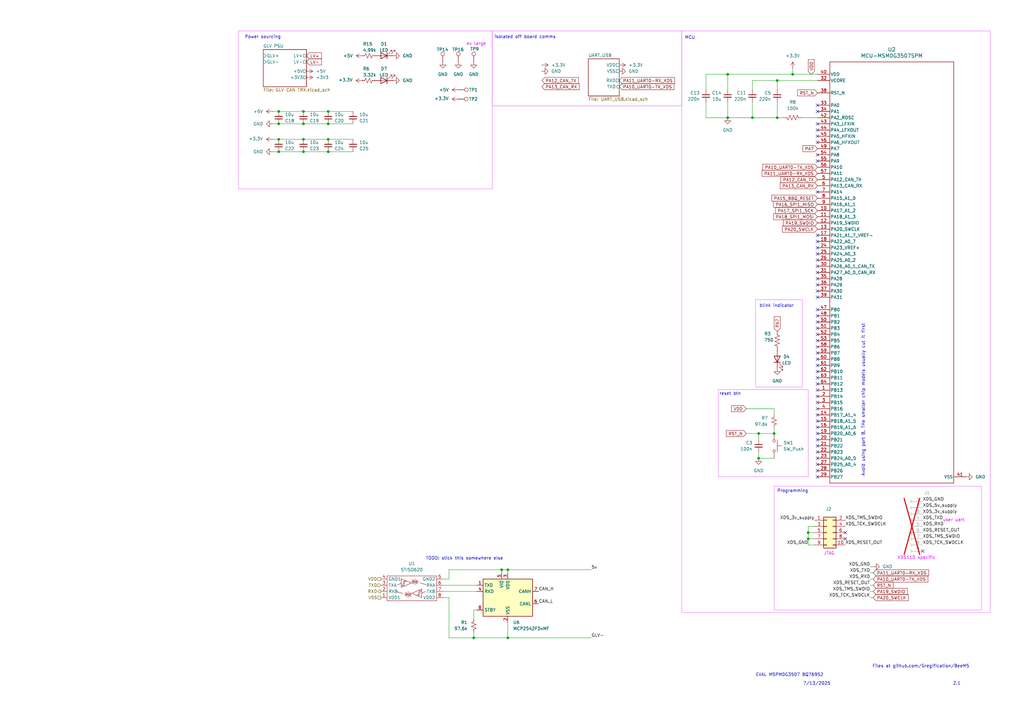
<source format=kicad_sch>
(kicad_sch (version 20250114) (generator "eeschema") (generator_version "9.0")
  (paper "A3")
  (rectangle (start 317.5 199.39) (end 402.59 250.19) (stroke (width 0) (color 234 84 255 1)))
  (rectangle (start 279.654 12.7) (end 406.146 251.206) (stroke (width 0) (color 234 84 255 1)))
  (rectangle (start 201.93 12.7) (end 279.654 43.434) (stroke (width 0) (color 234 84 255 1)))
  (rectangle (start 309.88 122.936) (end 329.184 158.75) (stroke (width 0) (color 234 84 255 1)))
  (rectangle (start 97.79 12.7) (end 201.93 77.47) (stroke (width 0) (color 234 84 255 1)))
  (rectangle (start 294.64 159.766) (end 331.47 195.58) (stroke (width 0) (color 234 84 255 1)))
  (text "EVAL MSPM0G3507 BQ76952" (at 323.85 276.86 0) (effects (font (size 1.27 1.27))))
  (text "Programming" (at 325.12 201.422 0) (effects (font (size 1.27 1.27))))
  (text "Files at github.com/Gregification/BeeMS" (at 377.698 273.304 0) (effects (font (size 1.27 1.27))))
  (text "blink indicator" (at 318.516 125.476 0) (effects (font (size 1.27 1.27))))
  (text "Avoid using port B. THe smaller chip models usually cut it first" (at 354.076 164.084 90) (effects (font (size 1.27 1.27))))
  (text "Power sourcing" (at 100.33 15.24 0) (effects (font (size 1.27 1.27)) (justify left)))
  (text "isolated off board comms\n" (at 202.692 15.24 0) (effects (font (size 1.27 1.27)) (justify left)))
  (text "XDS110 specific" (at 375.92 228.854 0) (effects (font (size 1.27 1.27))))
  (text "JTAG" (at 340.106 227.076 0) (effects (font (size 1.27 1.27))))
  (text "TODO: stick this somewhere else\n" (at 190.5 229.108 0) (effects (font (size 1.27 1.27))))
  (text "reset btn" (at 299.466 161.544 0) (effects (font (size 1.27 1.27))))
  (text "MCU" (at 282.956 15.494 0) (effects (font (size 1.27 1.27))))
  (text "2.1" (at 392.43 280.416 0) (effects (font (size 1.27 1.27))))
  (text "ex large" (at 195.326 18.034 0) (effects (font (size 1.27 1.27))))
  (text "7/13/2025" (at 335.026 280.416 0) (effects (font (size 1.27 1.27))))
  (text "user uart" (at 391.16 213.36 0) (effects (font (size 1.27 1.27))))
  (junction (at 298.45 48.26))
  (junction (at 331.47 218.44))
  (junction (at 325.12 30.48))
  (junction (at 124.46 50.8))
  (junction (at 194.31 261.62))
  (junction (at 298.45 30.48))
  (junction (at 311.15 177.8))
  (junction (at 114.3 50.8))
  (junction (at 114.3 45.72))
  (junction (at 124.46 45.72))
  (junction (at 208.28 233.68))
  (junction (at 318.77 33.02))
  (junction (at 208.28 261.62))
  (junction (at 134.62 62.23))
  (junction (at 311.15 187.96))
  (junction (at 114.3 57.15))
  (junction (at 134.62 45.72))
  (junction (at 114.3 62.23))
  (junction (at 318.77 48.26))
  (junction (at 205.74 233.68))
  (junction (at 308.61 48.26))
  (junction (at 331.47 220.98))
  (junction (at 134.62 50.8))
  (junction (at 124.46 62.23))
  (junction (at 134.62 57.15))
  (junction (at 124.46 57.15))
  (junction (at 317.5 177.8))
  (no_connect (at 335.28 104.14))
  (no_connect (at 335.28 58.42))
  (no_connect (at 335.28 162.56))
  (no_connect (at 335.28 111.76))
  (no_connect (at 378.46 226.06))
  (no_connect (at 335.28 43.18))
  (no_connect (at 335.28 182.88))
  (no_connect (at 335.28 106.68))
  (no_connect (at 335.28 167.64))
  (no_connect (at 346.71 218.44))
  (no_connect (at 335.28 190.5))
  (no_connect (at 335.28 154.94))
  (no_connect (at 335.28 185.42))
  (no_connect (at 335.28 63.5))
  (no_connect (at 335.28 193.04))
  (no_connect (at 335.28 144.78))
  (no_connect (at 335.28 142.24))
  (no_connect (at 335.28 165.1))
  (no_connect (at 335.28 99.06))
  (no_connect (at 335.28 139.7))
  (no_connect (at 335.28 66.04))
  (no_connect (at 335.28 160.02))
  (no_connect (at 335.28 101.6))
  (no_connect (at 335.28 114.3))
  (no_connect (at 346.71 220.98))
  (no_connect (at 335.28 157.48))
  (no_connect (at 335.28 175.26))
  (no_connect (at 335.28 195.58))
  (no_connect (at 335.28 170.18))
  (no_connect (at 335.28 129.54))
  (no_connect (at 335.28 172.72))
  (no_connect (at 335.28 45.72))
  (no_connect (at 335.28 55.88))
  (no_connect (at 335.28 127))
  (no_connect (at 335.28 137.16))
  (no_connect (at 335.28 78.74))
  (no_connect (at 335.28 187.96))
  (no_connect (at 335.28 134.62))
  (no_connect (at 335.28 132.08))
  (no_connect (at 335.28 152.4))
  (no_connect (at 335.28 121.92))
  (no_connect (at 335.28 109.22))
  (no_connect (at 335.28 147.32))
  (no_connect (at 335.28 96.52))
  (no_connect (at 335.28 180.34))
  (no_connect (at 335.28 53.34))
  (no_connect (at 335.28 177.8))
  (no_connect (at 335.28 119.38))
  (no_connect (at 335.28 50.8))
  (no_connect (at 335.28 149.86))
  (no_connect (at 335.28 116.84))
  (wire (pts (xy 318.77 48.26) (xy 321.31 48.26)))
  (wire (pts (xy 134.62 62.23) (xy 144.78 62.23)))
  (wire (pts (xy 308.61 48.26) (xy 318.77 48.26)))
  (wire (pts (xy 181.61 237.49) (xy 184.15 237.49)))
  (wire (pts (xy 208.28 233.68) (xy 208.28 234.95)))
  (wire (pts (xy 124.46 62.23) (xy 134.62 62.23)))
  (wire (pts (xy 134.62 45.72) (xy 144.78 45.72)))
  (wire (pts (xy 184.15 233.68) (xy 205.74 233.68)))
  (wire (pts (xy 124.46 45.72) (xy 134.62 45.72)))
  (wire (pts (xy 308.61 33.02) (xy 308.61 36.83)))
  (wire (pts (xy 325.12 27.94) (xy 325.12 30.48)))
  (wire (pts (xy 325.12 30.48) (xy 335.28 30.48)))
  (wire (pts (xy 184.15 245.11) (xy 184.15 261.62)))
  (wire (pts (xy 289.56 30.48) (xy 298.45 30.48)))
  (wire (pts (xy 134.62 57.15) (xy 144.78 57.15)))
  (wire (pts (xy 356.87 245.11) (xy 358.14 245.11)))
  (wire (pts (xy 331.47 220.98) (xy 334.01 220.98)))
  (wire (pts (xy 317.5 167.64) (xy 317.5 170.18)))
  (wire (pts (xy 114.3 50.8) (xy 124.46 50.8)))
  (wire (pts (xy 194.31 261.62) (xy 208.28 261.62)))
  (wire (pts (xy 318.77 41.91) (xy 318.77 48.26)))
  (wire (pts (xy 356.87 234.95) (xy 358.14 234.95)))
  (wire (pts (xy 114.3 57.15) (xy 124.46 57.15)))
  (wire (pts (xy 194.31 250.19) (xy 195.58 250.19)))
  (wire (pts (xy 289.56 30.48) (xy 289.56 36.83)))
  (wire (pts (xy 184.15 261.62) (xy 194.31 261.62)))
  (wire (pts (xy 298.45 30.48) (xy 325.12 30.48)))
  (wire (pts (xy 124.46 57.15) (xy 134.62 57.15)))
  (wire (pts (xy 205.74 233.68) (xy 205.74 234.95)))
  (wire (pts (xy 111.76 50.8) (xy 114.3 50.8)))
  (wire (pts (xy 311.15 177.8) (xy 317.5 177.8)))
  (wire (pts (xy 317.5 187.96) (xy 311.15 187.96)))
  (wire (pts (xy 308.61 33.02) (xy 318.77 33.02)))
  (wire (pts (xy 124.46 50.8) (xy 134.62 50.8)))
  (wire (pts (xy 181.61 242.57) (xy 195.58 242.57)))
  (wire (pts (xy 356.87 237.49) (xy 358.14 237.49)))
  (wire (pts (xy 134.62 50.8) (xy 144.78 50.8)))
  (wire (pts (xy 181.61 245.11) (xy 184.15 245.11)))
  (wire (pts (xy 298.45 30.48) (xy 298.45 36.83)))
  (wire (pts (xy 308.61 48.26) (xy 308.61 41.91)))
  (wire (pts (xy 208.28 261.62) (xy 242.57 261.62)))
  (wire (pts (xy 111.76 57.15) (xy 114.3 57.15)))
  (wire (pts (xy 318.77 33.02) (xy 335.28 33.02)))
  (wire (pts (xy 114.3 45.72) (xy 124.46 45.72)))
  (wire (pts (xy 298.45 41.91) (xy 298.45 48.26)))
  (wire (pts (xy 208.28 233.68) (xy 205.74 233.68)))
  (wire (pts (xy 111.76 45.72) (xy 114.3 45.72)))
  (wire (pts (xy 194.31 259.08) (xy 194.31 261.62)))
  (wire (pts (xy 306.07 177.8) (xy 311.15 177.8)))
  (wire (pts (xy 331.47 218.44) (xy 334.01 218.44)))
  (wire (pts (xy 356.87 242.57) (xy 358.14 242.57)))
  (wire (pts (xy 331.47 215.9) (xy 334.01 215.9)))
  (wire (pts (xy 208.28 233.68) (xy 242.57 233.68)))
  (wire (pts (xy 331.47 215.9) (xy 331.47 218.44)))
  (wire (pts (xy 356.87 232.41) (xy 358.14 232.41)))
  (wire (pts (xy 114.3 62.23) (xy 124.46 62.23)))
  (wire (pts (xy 306.07 167.64) (xy 317.5 167.64)))
  (wire (pts (xy 318.77 33.02) (xy 318.77 36.83)))
  (wire (pts (xy 311.15 177.8) (xy 311.15 180.34)))
  (wire (pts (xy 331.47 223.52) (xy 334.01 223.52)))
  (wire (pts (xy 289.56 48.26) (xy 298.45 48.26)))
  (wire (pts (xy 181.61 240.03) (xy 195.58 240.03)))
  (wire (pts (xy 317.5 175.26) (xy 317.5 177.8)))
  (wire (pts (xy 331.47 223.52) (xy 331.47 220.98)))
  (wire (pts (xy 194.31 250.19) (xy 194.31 254)))
  (wire (pts (xy 184.15 237.49) (xy 184.15 233.68)))
  (wire (pts (xy 298.45 48.26) (xy 308.61 48.26)))
  (wire (pts (xy 356.87 240.03) (xy 358.14 240.03)))
  (wire (pts (xy 208.28 261.62) (xy 208.28 255.27)))
  (wire (pts (xy 331.47 220.98) (xy 331.47 218.44)))
  (wire (pts (xy 111.76 62.23) (xy 114.3 62.23)))
  (wire (pts (xy 289.56 41.91) (xy 289.56 48.26)))
  (wire (pts (xy 311.15 187.96) (xy 311.15 185.42)))
  (wire (pts (xy 328.93 48.26) (xy 335.28 48.26)))
  (label "XDS_TCK_SWDCLK" (at 346.71 215.9 0))
  (label "XDS_TCK_SWDCLK" (at 378.46 223.52 0))
  (label "CAN_L" (at 220.98 247.65 0))
  (label "CAN_H" (at 220.98 242.57 0))
  (label "XDS_RESET_OUT" (at 346.71 223.52 0))
  (label "XDS_TXD" (at 356.87 234.95 180))
  (label "XDS_3v_supply" (at 334.01 213.36 180))
  (label "XDS_GND" (at 356.87 232.41 180))
  (label "XDS_3v_supply" (at 378.46 210.82 0))
  (label "GLV-" (at 242.57 261.62 0))
  (label "XDS_GND" (at 331.47 223.52 180))
  (label "5v" (at 242.57 233.68 0))
  (label "XDS_RESET_OUT" (at 378.46 218.44 0))
  (label "XDS_TMS_SWDIO" (at 378.46 220.98 0))
  (label "XDS_RESET_OUT" (at 356.87 240.03 180))
  (label "XDS_GND" (at 378.46 205.74 0))
  (label "XDS_RXD" (at 356.87 237.49 180))
  (label "XDS_TCK_SWDCLK" (at 356.87 245.11 180))
  (label "XDS_RXD" (at 378.46 215.9 0))
  (label "XDS_TMS_SWDIO" (at 346.71 213.36 0))
  (label "XDS_TXD" (at 378.46 213.36 0))
  (label "XDS_TMS_SWDIO" (at 356.87 242.57 180))
  (label "XDS_5v_supply" (at 378.46 208.28 0))
  (global_label "PA10_UART0-TX_XDS" (shape input) (at 335.28 68.58 180) (property "Intersheetrefs" "${INTERSHEET_REFS}" (effects (hide yes))))
  (global_label "PA7" (shape input) (at 318.77 135.89 90) (property "Intersheetrefs" "${INTERSHEET_REFS}" (effects (hide yes))))
  (global_label "PA12_CAN_TX" (shape input) (at 222.25 33.02 0) (property "Intersheetrefs" "${INTERSHEET_REFS}" (effects (hide yes))))
  (global_label "RST_N" (shape input) (at 306.07 177.8 180) (property "Intersheetrefs" "${INTERSHEET_REFS}" (effects (hide yes))))
  (global_label "LV+" (shape input) (at -52.07 50.8 180) (property "Intersheetrefs" "${INTERSHEET_REFS}" (effects (hide yes))))
  (global_label "RST_N" (shape input) (at 358.14 240.03 0) (property "Intersheetrefs" "${INTERSHEET_REFS}" (effects (hide yes))))
  (global_label "RST_N" (shape input) (at 335.28 38.1 180) (property "Intersheetrefs" "${INTERSHEET_REFS}" (effects (hide yes))))
  (global_label "LV-" (shape input) (at 125.73 25.4 0) (property "Intersheetrefs" "${INTERSHEET_REFS}" (effects (hide yes))))
  (global_label "PA11_UART0-RX_XDS" (shape input) (at 254 33.02 0) (property "Intersheetrefs" "${INTERSHEET_REFS}" (effects (hide yes))))
  (global_label "PA15_BBQ_RESET" (shape input) (at 335.28 81.28 180) (property "Intersheetrefs" "${INTERSHEET_REFS}" (effects (hide yes))))
  (global_label "PA18_SPI1_MOSI" (shape input) (at 335.28 88.9 180) (property "Intersheetrefs" "${INTERSHEET_REFS}" (effects (hide yes))))
  (global_label "VDD" (shape input) (at 332.74 30.48 90) (property "Intersheetrefs" "${INTERSHEET_REFS}" (effects (hide yes))))
  (global_label "PA19_SWDIO" (shape input) (at 358.14 242.57 0) (property "Intersheetrefs" "${INTERSHEET_REFS}" (effects (hide yes))))
  (global_label "PA10_UART0-TX_XDS" (shape input) (at 358.14 237.49 0) (property "Intersheetrefs" "${INTERSHEET_REFS}" (effects (hide yes))))
  (global_label "PA12_CAN_TX" (shape input) (at 335.28 73.66 180) (property "Intersheetrefs" "${INTERSHEET_REFS}" (effects (hide yes))))
  (global_label "LV-" (shape input) (at -52.07 53.34 180) (property "Intersheetrefs" "${INTERSHEET_REFS}" (effects (hide yes))))
  (global_label "PA10_UART0-TX_XDS" (shape input) (at 254 35.56 0) (property "Intersheetrefs" "${INTERSHEET_REFS}" (effects (hide yes))))
  (global_label "PA20_SWCLK" (shape input) (at 358.14 245.11 0) (property "Intersheetrefs" "${INTERSHEET_REFS}" (effects (hide yes))))
  (global_label "PA11_UART0-RX_XDS" (shape input) (at 335.28 71.12 180) (property "Intersheetrefs" "${INTERSHEET_REFS}" (effects (hide yes))))
  (global_label "PA13_CAN_RX" (shape input) (at 335.28 76.2 180) (property "Intersheetrefs" "${INTERSHEET_REFS}" (effects (hide yes))))
  (global_label "VDD" (shape input) (at 306.07 167.64 180) (property "Intersheetrefs" "${INTERSHEET_REFS}" (effects (hide yes))))
  (global_label "LV+" (shape input) (at 125.73 22.86 0) (property "Intersheetrefs" "${INTERSHEET_REFS}" (effects (hide yes))))
  (global_label "PA17_SPI1_SCK" (shape input) (at 335.28 86.36 180) (property "Intersheetrefs" "${INTERSHEET_REFS}" (effects (hide yes))))
  (global_label "PA19_SWDIO" (shape input) (at 335.28 91.44 180) (property "Intersheetrefs" "${INTERSHEET_REFS}" (effects (hide yes))))
  (global_label "PA11_UART0-RX_XDS" (shape input) (at 358.14 234.95 0) (property "Intersheetrefs" "${INTERSHEET_REFS}" (effects (hide yes))))
  (global_label "PA13_CAN_RX" (shape input) (at 222.25 35.56 0) (property "Intersheetrefs" "${INTERSHEET_REFS}" (effects (hide yes))))
  (global_label "PA20_SWCLK" (shape input) (at 335.28 93.98 180) (property "Intersheetrefs" "${INTERSHEET_REFS}" (effects (hide yes))))
  (global_label "PA16_SPI1_MISO" (shape input) (at 335.28 83.82 180) (property "Intersheetrefs" "${INTERSHEET_REFS}" (effects (hide yes))))
  (global_label "PA7" (shape input) (at 335.28 60.96 180) (property "Intersheetrefs" "${INTERSHEET_REFS}" (effects (hide yes))))
  (hierarchical_label "VSS" (shape passive) (at 156.21 245.11 180))
  (hierarchical_label "TXD" (shape input) (at 156.21 240.03 180))
  (hierarchical_label "RXD" (shape output) (at 156.21 242.57 180))
  (hierarchical_label "VDD" (shape passive) (at 156.21 237.49 180))
  (symbol (lib_id "Device:LED") (at 157.48 22.86 180) (unit 1)
    (property "Reference" "D1" (at 157.48 18.034 0))
    (property "Value" "LED" (at 157.48 20.574 0))
    (property "Footprint" "LED_SMD:LED_0603_1608Metric" (effects (hide yes)))
    (property "Description" "Amber LED, 5mA, 1.9Vf, 5Vr, 75mW" (effects (hide yes)))
    (property "Sim.Pins" "1=K 2=A" (effects (hide yes)))
    (property "mouser" "https://www.mouser.com/ProductDetail/Inolux/IN-S63AT5A?qs=sGAEpiMZZMusoohG2hS%252B168PbK3Wnfgfrs6xlVjjR%2FyR990S%252B53E4A%3D%3D" (effects (hide yes)))
    (property "specs" "amber, 5mA, 1.9V, 75mW, -40C, +85C" (effects (hide yes)))
    (property "unit x10" "0.118" (effects (hide yes)))
  )
  (symbol (lib_id "Device:R_Small_US") (at 194.31 256.54 0) (mirror x) (unit 1)
    (property "Reference" "R1" (at 191.77 255.2699 0) (effects (justify right)))
    (property "Value" "97.6k" (at 191.77 257.8099 0) (effects (justify right)))
    (property "Footprint" "Resistor_SMD:R_0805_2012Metric_Pad1.20x1.40mm_HandSolder" (effects (hide yes)))
    (property "Description" "Resistor, small US symbol" (effects (hide yes)))
    (property "mouser" "https://www.mouser.com/ProductDetail/KOA-Speer/RK73H2ATTD9762F?qs=sGAEpiMZZMvdGkrng054tz%252BUJoUq5nhIYmtkGFxIWAo%3D" (effects (hide yes)))
    (property "unit x10" "0.02" (effects (hide yes)))
    (property "unit x1" "0.1" (effects (hide yes)))
    (property "specs " "250mW, 97.6k, 1%, 100ppm, -55c, +155c, 150V" (effects (hide yes)))
  )
  (symbol (lib_id "power:GND") (at 311.15 187.96 0) (unit 1)
    (property "Reference" "#PWR010" (effects (hide yes)))
    (property "Value" "GND" (at 311.15 193.04 0))
    (property "Description" "Power symbol creates a global label with name \"GND\" , ground" (effects (hide yes)))
  )
  (symbol (lib_id "Device:C_Small") (at 144.78 59.69 0) (mirror x) (unit 1)
    (property "Reference" "C25" (at 147.32 60.9538 0) (effects (justify left)))
    (property "Value" "10u" (at 147.32 58.4138 0) (effects (justify left)))
    (property "Footprint" "Capacitor_SMD:C_1206_3216Metric_Pad1.33x1.80mm_HandSolder" (effects (hide yes)))
    (property "Description" "50Vdc, 10%, +125C" (effects (hide yes)))
    (property "mouser" "https://www.mouser.com/ProductDetail/Samsung-Electro-Mechanics/CL31A106KBHNNNE?qs=sGAEpiMZZMsh%252B1woXyUXjxqcB7t9naYpzWmpMbMJIKQ%3D" (effects (hide yes)))
    (property "specs" "10uF, 50VDC, X5R, 10%, -55C, +85C" (effects (hide yes)))
    (property "unit x10" "0.07" (effects (hide yes)))
  )
  (symbol (lib_id "power:GND") (at 181.61 25.4 0) (unit 1)
    (property "Reference" "#PWR05" (effects (hide yes)))
    (property "Value" "GND" (at 181.61 30.48 0))
    (property "Description" "Power symbol creates a global label with name \"GND\" , ground" (effects (hide yes)))
  )
  (symbol (lib_id "Switch:SW_Push") (at 317.5 182.88 270) (unit 1)
    (property "Reference" "SW1" (at 321.31 181.6099 90) (effects (justify left)))
    (property "Value" "SW_Push" (at 321.31 184.1499 90) (effects (justify left)))
    (property "Footprint" "Button_Switch_SMD:SW_SPST_PTS645" (effects (hide yes)))
    (property "Datasheet" "https://www.mouser.com/ProductDetail/Soldered/101111?qs=%252BXxaIXUDbq05T1Vr5nLouw%3D%3D" (effects (hide yes)))
    (property "Description" "Push button switch, generic, two pins" (effects (hide yes)))
    (property "mouser" "https://www.mouser.com/ProductDetail/CK/KSC251J-SP-DELTA-LFS?qs=sGAEpiMZZMtFyPk3yBMYYFTocizRX9VpYSHB0QfEbpY%3D" (effects (hide yes)))
    (property "unit x10" "0.532" (effects (hide yes)))
  )
  (symbol (lib_id "Device:LED") (at 157.48 33.02 180) (unit 1)
    (property "Reference" "D7" (at 157.48 28.194 0))
    (property "Value" "LED" (at 157.48 30.734 0))
    (property "Footprint" "LED_SMD:LED_0603_1608Metric" (effects (hide yes)))
    (property "Description" "Amber LED, 5mA, 1.9Vf, 5Vr, 75mW" (effects (hide yes)))
    (property "Sim.Pins" "1=K 2=A" (effects (hide yes)))
    (property "mouser" "https://www.mouser.com/ProductDetail/Inolux/IN-S63AT5A?qs=sGAEpiMZZMusoohG2hS%252B168PbK3Wnfgfrs6xlVjjR%2FyR990S%252B53E4A%3D%3D" (effects (hide yes)))
    (property "specs" "amber, 5mA, 1.9V, 75mW, -40C, +85C" (effects (hide yes)))
    (property "unit x10" "0.118" (effects (hide yes)))
  )
  (symbol (lib_id "Device:LED") (at 318.77 147.32 90) (unit 1)
    (property "Reference" "D4" (at 322.58 146.304 90))
    (property "Value" "LED" (at 322.58 148.844 90))
    (property "Footprint" "LED_SMD:LED_0603_1608Metric" (effects (hide yes)))
    (property "Description" "Amber LED, 5mA, 1.9Vf, 5Vr, 75mW" (effects (hide yes)))
    (property "Sim.Pins" "1=K 2=A" (effects (hide yes)))
    (property "mouser" "https://www.mouser.com/ProductDetail/Inolux/IN-S63AT5A?qs=sGAEpiMZZMusoohG2hS%252B168PbK3Wnfgfrs6xlVjjR%2FyR990S%252B53E4A%3D%3D" (effects (hide yes)))
    (property "specs" "amber, 5mA, 1.9V, 75mW, -40C, +85C" (effects (hide yes)))
    (property "unit x10" "0.118" (effects (hide yes)))
  )
  (symbol (lib_id "power:+3.3V") (at 148.59 33.02 90) (unit 1)
    (property "Reference" "#PWR020" (effects (hide yes)))
    (property "Value" "+3.3V" (at 141.732 32.766 90))
    (property "Description" "Power symbol creates a global label with name \"+3.3V\"" (effects (hide yes)))
  )
  (symbol (lib_id "Device:C_Small") (at 318.77 39.37 0) (mirror y) (unit 1)
    (property "Reference" "C5" (at 316.23 38.1062 0) (effects (justify left)))
    (property "Value" "220n" (at 316.23 40.6462 0) (effects (justify left)))
    (property "Footprint" "Capacitor_SMD:C_1206_3216Metric_Pad1.33x1.80mm_HandSolder" (effects (hide yes)))
    (property "Datasheet" "https://www.mouser.com/ProductDetail/Samsung-Electro-Mechanics/CL31B224KBFNNNF?qs=sGAEpiMZZMsh%252B1woXyUXj7iNKXiFkBmw7C%252BUlKpuDJ8%3D" (effects (hide yes)))
    (property "Description" "50Vdc, 10%, +125C" (effects (hide yes)))
    (property "mouser" "https://www.mouser.com/ProductDetail/Samsung-Electro-Mechanics/CL31B224KBFNNNF?qs=sGAEpiMZZMsh%252B1woXyUXj7iNKXiFkBmw7C%252BUlKpuDJ8%3D" (effects (hide yes)))
    (property "specs" "50VDC, X7R, 10%, -55C, +125C, 220nF" (effects (hide yes)))
    (property "unit x10" "0.054" (effects (hide yes)))
  )
  (symbol (lib_id "Device:C_Small") (at -38.1 63.5 0) (mirror y) (unit 1)
    (property "Reference" "C12" (at -40.64 62.2362 0) (effects (justify left)))
    (property "Value" "10u" (at -40.64 64.7762 0) (effects (justify left)))
    (property "Footprint" "Capacitor_SMD:C_1206_3216Metric_Pad1.33x1.80mm_HandSolder" (effects (hide yes)))
    (property "Description" "50Vdc, 10%, +125C" (effects (hide yes)))
    (property "mouser" "https://www.mouser.com/ProductDetail/Samsung-Electro-Mechanics/CL31A106KBHNNNE?qs=sGAEpiMZZMsh%252B1woXyUXjxqcB7t9naYpzWmpMbMJIKQ%3D" (effects (hide yes)))
    (property "specs" "10uF, 50VDC, X5R, 10%, -55C, +85C" (effects (hide yes)))
    (property "unit x10" "0.07" (effects (hide yes)))
  )
  (symbol (lib_id "Connector:TestPoint") (at 181.61 25.4 0) (unit 1) (in_bom no)
    (property "Reference" "TP14" (at 179.07 20.32 0) (effects (justify left)))
    (property "Value" "TestPoint" (effects (hide yes)))
    (property "Footprint" "TestPoint:TestPoint_Loop_D2.50mm_Drill1.0mm_LowProfile" (effects (hide yes)))
    (property "Description" "test point" (effects (hide yes)))
  )
  (symbol (lib_id "Device:R_Small_US") (at -25.4 55.88 0) (mirror x) (unit 1)
    (property "Reference" "R18" (at -27.94 54.6099 0) (effects (justify right)))
    (property "Value" "97.6k" (at -27.94 57.1499 0) (effects (justify right)))
    (property "Footprint" "Resistor_SMD:R_0805_2012Metric_Pad1.20x1.40mm_HandSolder" (effects (hide yes)))
    (property "Description" "Resistor, small US symbol" (effects (hide yes)))
    (property "mouser" "https://www.mouser.com/ProductDetail/KOA-Speer/RK73H2ATTD9762F?qs=sGAEpiMZZMvdGkrng054tz%252BUJoUq5nhIYmtkGFxIWAo%3D" (effects (hide yes)))
    (property "unit x10" "0.02" (effects (hide yes)))
    (property "unit x1" "0.1" (effects (hide yes)))
    (property "specs " "250mW, 97.6k, 1%, 100ppm, -55c, +155c, 150V" (effects (hide yes)))
  )
  (symbol (lib_id "Connector:TestPoint") (at 194.31 25.4 0) (unit 1) (in_bom no)
    (property "Reference" "TP9" (at 192.786 20.066 0) (effects (justify left)))
    (property "Value" "TestPoint" (effects (hide yes)))
    (property "Footprint" "TestPoint:TestPoint_THTPad_3.0x3.0mm_Drill1.5mm" (effects (hide yes)))
    (property "Description" "test point" (effects (hide yes)))
  )
  (symbol (lib_id "Device:C_Small") (at 308.61 39.37 0) (mirror y) (unit 1)
    (property "Reference" "C11" (at 306.07 38.1062 0) (effects (justify left)))
    (property "Value" "220n" (at 306.07 40.6462 0) (effects (justify left)))
    (property "Footprint" "Capacitor_SMD:C_1206_3216Metric_Pad1.33x1.80mm_HandSolder" (effects (hide yes)))
    (property "Datasheet" "https://www.mouser.com/ProductDetail/Samsung-Electro-Mechanics/CL31B224KBFNNNF?qs=sGAEpiMZZMsh%252B1woXyUXj7iNKXiFkBmw7C%252BUlKpuDJ8%3D" (effects (hide yes)))
    (property "Description" "50Vdc, 10%, +125C" (effects (hide yes)))
    (property "mouser" "https://www.mouser.com/ProductDetail/Samsung-Electro-Mechanics/CL31B224KBFNNNF?qs=sGAEpiMZZMsh%252B1woXyUXj7iNKXiFkBmw7C%252BUlKpuDJ8%3D" (effects (hide yes)))
    (property "specs" "50VDC, X7R, 10%, -55C, +125C, 220nF" (effects (hide yes)))
    (property "unit x10" "0.054" (effects (hide yes)))
  )
  (symbol (lib_id "power:+3V3") (at 125.73 31.75 270) (unit 1)
    (property "Reference" "#PWR01" (effects (hide yes)))
    (property "Value" "+3V3" (at 129.54 31.7499 90) (effects (justify left)))
    (property "Description" "Power symbol creates a global label with name \"+3V3\"" (effects (hide yes)))
  )
  (symbol (lib_id "Device:R_Small_US") (at 151.13 22.86 90) (unit 1)
    (property "Reference" "R15" (at 148.844 18.034 90) (effects (justify right)))
    (property "Value" "4.99k" (at 148.844 20.574 90) (effects (justify right)))
    (property "Footprint" "Resistor_SMD:R_1206_3216Metric_Pad1.30x1.75mm_HandSolder" (effects (hide yes)))
    (property "Description" "Resistor, US symbol" (effects (hide yes)))
    (property "mouser" "https://www.mouser.com/ProductDetail/SEI-Stackpole/RNCP1206FTD4K99?qs=sGAEpiMZZMvdGkrng054tyMPH50YnZ95yR%2FF2bQQIaAb5UdPiGbTtQ%3D%3D" (effects (hide yes)))
    (property "specs" "4.99kOhm, 200V, 500mW, 1%, 100PPM, -55C, +155C" (effects (hide yes)))
    (property "unit x10" "0.016" (effects (hide yes)))
    (property "unit x1" "0.1" (effects (hide yes)))
  )
  (symbol (lib_id "power:GND") (at 318.77 151.13 0) (unit 1)
    (property "Reference" "#PWR034" (effects (hide yes)))
    (property "Value" "GND" (at 318.77 156.21 0))
    (property "Description" "Power symbol creates a global label with name \"GND\" , ground" (effects (hide yes)))
  )
  (symbol (lib_id "Device:C_Small") (at -27.94 63.5 0) (mirror y) (unit 1)
    (property "Reference" "C17" (at -30.48 62.2362 0) (effects (justify left)))
    (property "Value" "1u" (at -30.48 64.7762 0) (effects (justify left)))
    (property "Footprint" "Capacitor_SMD:C_1206_3216Metric_Pad1.33x1.80mm_HandSolder" (effects (hide yes)))
    (property "Description" "100Vdc, 10%, +125C" (effects (hide yes)))
    (property "mouser" "https://www.mouser.com/ProductDetail/Samsung-Electro-Mechanics/CL31B105KCHNNNE?qs=349EhDEZ59qH1i3RhF2lug%3D%3D" (effects (hide yes)))
    (property "specs" "1uF, 100VDC, X7R, 10%, -55C, +125C" (effects (hide yes)))
    (property "unit x10" "0.07" (effects (hide yes)))
  )
  (symbol (lib_id "power:+3.3V") (at 111.76 57.15 90) (unit 1)
    (property "Reference" "#PWR015" (effects (hide yes)))
    (property "Value" "+3.3V" (at 104.902 56.896 90))
    (property "Description" "Power symbol creates a global label with name \"+3.3V\"" (effects (hide yes)))
  )
  (symbol (lib_id "power:GND") (at 222.25 29.21 90) (unit 1)
    (property "Reference" "#PWR07" (effects (hide yes)))
    (property "Value" "GND" (at 226.06 29.2101 90) (effects (justify right)))
    (property "Description" "Power symbol creates a global label with name \"GND\" , ground" (effects (hide yes)))
  )
  (symbol (lib_id "Device:D_Schottky_Small") (at -52.07 36.83 90) (mirror x) (unit 1)
    (property "Reference" "D8" (at -54.61 35.3059 90) (effects (justify left)))
    (property "Value" "ES1D" (at -54.61 37.8459 90) (effects (justify left)))
    (property "Footprint" "Diode_SMD:D_SMA" (effects (hide yes)))
    (property "Description" "Schottky diode, small symbol" (effects (hide yes)))
    (property "mouser" "https://www.mouser.com/ProductDetail/onsemi-Fairchild/ES1C?qs=sGAEpiMZZMtbRapU8LlZDwxyh3P6uVi9ZaZE%252B629d7E%3D" (effects (hide yes)))
    (property "unit x10" "0.086" (effects (hide yes)))
    (property "specs" "920mVf, 150Vr, 1Aconstant, 15nSr,15Ar, 1.47W -50C, +150C" (effects (hide yes)))
    (property "unit x1" "0.10" (effects (hide yes)))
  )
  (symbol (lib_id "power:GND") (at 111.76 50.8 270) (unit 1)
    (property "Reference" "#PWR016" (effects (hide yes)))
    (property "Value" "GND" (at 107.95 50.7999 90) (effects (justify right)))
    (property "Description" "Power symbol creates a global label with name \"GND\" , ground" (effects (hide yes)))
  )
  (symbol (lib_id "power:+3.3V") (at 254 26.67 270) (unit 1)
    (property "Reference" "#PWR04" (effects (hide yes)))
    (property "Value" "+3.3V" (at 257.81 26.6699 90) (effects (justify left)))
    (property "Description" "Power symbol creates a global label with name \"+3.3V\"" (effects (hide yes)))
  )
  (symbol (lib_id "zzLocalLibrary:MCU-MSM0G3507SPM") (at 335.28 30.48 0) (unit 1)
    (property "Reference" "U2" (at 365.76 20.32 0) (effects (font (size 1.524 1.524))))
    (property "Value" "MCU-MSM0G3507SPM" (at 365.76 22.86 0) (effects (font (size 1.524 1.524))))
    (property "Footprint" "zzLocalLibraries-Footprints:MSPM0G3507-64-IPC_A" (effects (hide yes)))
    (property "Datasheet" "https://www.mouser.com/ProductDetail/Texas-Instruments/MSPM0G3507SPMR?qs=ST9lo4GX8V0tukxOtqK%252B6A%3D%3D" (effects (hide yes)))
    (property "mouser" "https://www.mouser.com/ProductDetail/595-MSPM0G3507SPMR" (effects (hide yes)))
    (property "unit x10" "1.81" (effects (hide yes)))
  )
  (symbol (lib_id "power:GND") (at 111.76 62.23 270) (unit 1)
    (property "Reference" "#PWR019" (effects (hide yes)))
    (property "Value" "GND" (at 107.95 62.2299 90) (effects (justify right)))
    (property "Description" "Power symbol creates a global label with name \"GND\" , ground" (effects (hide yes)))
  )
  (symbol (lib_id "power:GND") (at 396.24 195.58 90) (unit 1)
    (property "Reference" "#PWR012" (effects (hide yes)))
    (property "Value" "GND" (at 400.05 195.5799 90) (effects (justify right)))
    (property "Description" "Power symbol creates a global label with name \"GND\" , ground" (effects (hide yes)))
  )
  (symbol (lib_id "Connector_Generic:Conn_02x05_Odd_Even") (at 339.09 218.44 0) (unit 1)
    (property "Reference" "J2" (at 339.852 208.788 0))
    (property "Value" "Conn_02x05_Odd_Even" (effects (hide yes)))
    (property "Footprint" "Connector_PinHeader_1.27mm:PinHeader_2x05_P1.27mm_Vertical_SMD" (effects (hide yes)))
    (property "Datasheet" "https://www.mouser.com/ProductDetail/Samtec/FTSH-105-01-L-DV-K?qs=%252B5JSS813miOqo3Vy%252BvhCFg%3D%3D&mgh=1&utm_id=22307413912&utm_source=google&utm_medium=cpc&utm_marketing_tactic=amercorp&gad_source=1&gad_campaignid=22307417416&gclid=EAIaIQobChMI7euR0cGajgMVHEp_AB1IOho8EAQYASABEgIaMPD_BwE" (effects (hide yes)))
    (property "Description" "https://www.digikey.com/en/products/detail/adafruit-industries-llc/556/6827041?gclsrc=aw.ds&gad_source=1&gad_campaignid=20232005509&gclid=EAIaIQobChMIgoT1icKajgMVrXJ_AB3caCGqEAQYByABEgJ-U_D_BwE" (effects (hide yes)))
    (property "mouser" "https://www.mouser.com/ProductDetail/Samtec/FTSH-105-01-L-DV-K-A?qs=rU5fayqh%252BE17uDIp%252BSnW3Q%3D%3D" (effects (hide yes)))
    (property "unit x1" "2.32" (effects (hide yes)))
  )
  (symbol (lib_id "Device:R_Small_US") (at -36.83 55.88 0) (mirror x) (unit 1)
    (property "Reference" "R17" (at -39.37 54.6099 0) (effects (justify right)))
    (property "Value" "2.4k" (at -39.37 57.1499 0) (effects (justify right)))
    (property "Footprint" "Resistor_SMD:R_0805_2012Metric_Pad1.20x1.40mm_HandSolder" (effects (hide yes)))
    (property "Description" "Resistor, small US symbol" (effects (hide yes)))
    (property "mouser" "https://www.mouser.com/ProductDetail/Panasonic/ERJ-P06J242V?qs=sGAEpiMZZMvdGkrng054t8AJgcdMkx7xOLqVcooAW3k%3D" (effects (hide yes)))
    (property "unit x10" "0.039" (effects (hide yes)))
    (property "unit x1" "0.12" (effects (hide yes)))
    (property "specs " "500mW, 5%, 200ppm, 400V, -55C, +155C, anti-surge, TF" (effects (hide yes)))
  )
  (symbol (lib_id "zzLocalLibrary:STISO621") (at 168.91 241.3 0) (mirror x) (unit 1)
    (property "Reference" "U1" (at 168.91 231.14 0))
    (property "Value" "STISO620" (at 168.91 233.68 0))
    (property "Footprint" "Package_SO:SOIC-8_7.5x5.85mm_P1.27mm" (effects (hide yes)))
    (property "mouser" "https://www.mouser.com/ProductDetail/STMicroelectronics/STISO621WTR?qs=DPoM0jnrROWnssw71EEUdg%3D%3D&srsltid=AfmBOooWor0VJktvanGRLm62GGRvBwRvNg6pgl64oBHJnTIBJyGQPB71" (effects (hide yes)))
    (property "specs" "galvanic isolation, 1.2kVDC working, 2 unidir chan, 100Mb/s, -40C, +125C" (effects (hide yes)))
    (property "unit x10" "2.22" (effects (hide yes)))
    (property "unit x1" "3.4" (effects (hide yes)))
  )
  (symbol (lib_id "power:GND") (at 161.29 22.86 90) (unit 1)
    (property "Reference" "#PWR017" (effects (hide yes)))
    (property "Value" "GND" (at 165.1 22.8599 90) (effects (justify right)))
    (property "Description" "Power symbol creates a global label with name \"GND\" , ground" (effects (hide yes)))
  )
  (symbol (lib_id "power:GND") (at 161.29 33.02 90) (unit 1)
    (property "Reference" "#PWR013" (effects (hide yes)))
    (property "Value" "GND" (at 165.1 33.0199 90) (effects (justify right)))
    (property "Description" "Power symbol creates a global label with name \"GND\" , ground" (effects (hide yes)))
  )
  (symbol (lib_id "power:+5V") (at -52.07 45.72 90) (unit 1)
    (property "Reference" "#PWR023" (effects (hide yes)))
    (property "Value" "+5V" (at -55.88 45.7199 90) (effects (justify left)))
    (property "Description" "Power symbol creates a global label with name \"+5V\"" (effects (hide yes)))
  )
  (symbol (lib_id "Connector:Conn_01x09_Socket") (at 373.38 215.9 0) (mirror y) (unit 1) (exclude_from_sim yes) (in_bom no) (on_board no) (dnp yes)
    (property "Reference" "J1" (at 380.238 202.184 0))
    (property "Value" "Conn_01x09_Socket" (effects (hide yes)))
    (property "Footprint" "Connector_PinHeader_2.54mm:PinHeader_1x09_P2.54mm_Vertical" (effects (hide yes)))
    (property "Description" "Generic connector, single row, 01x09, script generated" (effects (hide yes)))
    (property "mouser" "https://www.mouser.com/ProductDetail/3M-Electronic-Solutions-Division/929400-01-07-RK?qs=8Li5tweT5mxAnRwvBSG7wg%3D%3D&mgh=1&utm_id=22693461723&utm_source=google&utm_medium=cpc&utm_marketing_tactic=amercorp&gad_source=1&gad_campaignid=22699465430&gclid=Cj0KCQjw0Y3HBhCxARIsAN7931V3Q9lNZD5h4uJjA3G07-TRSv1KPKk1_9nCCKxyCRbpuWAP8GWV0v4aAg3GEALw_wcB" (effects (hide yes)))
  )
  (symbol (lib_id "Device:C_Small") (at 289.56 39.37 0) (mirror y) (unit 1)
    (property "Reference" "C13" (at 287.02 38.1062 0) (effects (justify left)))
    (property "Value" "220n" (at 287.02 40.6462 0) (effects (justify left)))
    (property "Footprint" "Capacitor_SMD:C_1206_3216Metric_Pad1.33x1.80mm_HandSolder" (effects (hide yes)))
    (property "Datasheet" "https://www.mouser.com/ProductDetail/Samsung-Electro-Mechanics/CL31B224KBFNNNF?qs=sGAEpiMZZMsh%252B1woXyUXj7iNKXiFkBmw7C%252BUlKpuDJ8%3D" (effects (hide yes)))
    (property "Description" "50Vdc, 10%, +125C" (effects (hide yes)))
    (property "mouser" "https://www.mouser.com/ProductDetail/Samsung-Electro-Mechanics/CL31B224KBFNNNF?qs=sGAEpiMZZMsh%252B1woXyUXj7iNKXiFkBmw7C%252BUlKpuDJ8%3D" (effects (hide yes)))
    (property "specs" "50VDC, X7R, 10%, -55C, +125C, 220nF" (effects (hide yes)))
    (property "unit x10" "0.054" (effects (hide yes)))
  )
  (symbol (lib_id "Device:C_Small") (at 298.45 39.37 0) (mirror y) (unit 1)
    (property "Reference" "C14" (at 295.91 38.1062 0) (effects (justify left)))
    (property "Value" "10u" (at 295.91 40.6462 0) (effects (justify left)))
    (property "Footprint" "Capacitor_SMD:C_1206_3216Metric_Pad1.33x1.80mm_HandSolder" (effects (hide yes)))
    (property "Description" "50Vdc, 10%, +125C" (effects (hide yes)))
    (property "mouser" "https://www.mouser.com/ProductDetail/Samsung-Electro-Mechanics/CL31A106KBHNNNE?qs=sGAEpiMZZMsh%252B1woXyUXjxqcB7t9naYpzWmpMbMJIKQ%3D" (effects (hide yes)))
    (property "specs" "10uF, 50VDC, X5R, 10%, -55C, +85C" (effects (hide yes)))
    (property "unit x10" "0.07" (effects (hide yes)))
  )
  (symbol (lib_id "power:+5V") (at 187.96 36.83 90) (unit 1)
    (property "Reference" "#PWR021" (effects (hide yes)))
    (property "Value" "+5V" (at 184.15 36.8299 90) (effects (justify left)))
    (property "Description" "Power symbol creates a global label with name \"+5V\"" (effects (hide yes)))
  )
  (symbol (lib_id "Device:R_Small_US") (at 317.5 172.72 0) (mirror x) (unit 1)
    (property "Reference" "R7" (at 314.96 171.4499 0) (effects (justify right)))
    (property "Value" "97.6k" (at 314.96 173.9899 0) (effects (justify right)))
    (property "Footprint" "Resistor_SMD:R_0805_2012Metric_Pad1.20x1.40mm_HandSolder" (effects (hide yes)))
    (property "Description" "Resistor, small US symbol" (effects (hide yes)))
    (property "mouser" "https://www.mouser.com/ProductDetail/KOA-Speer/RK73H2ATTD9762F?qs=sGAEpiMZZMvdGkrng054tz%252BUJoUq5nhIYmtkGFxIWAo%3D" (effects (hide yes)))
    (property "unit x10" "0.02" (effects (hide yes)))
    (property "unit x1" "0.1" (effects (hide yes)))
    (property "specs " "250mW, 97.6k, 1%, 100ppm, -55c, +155c, 150V" (effects (hide yes)))
  )
  (symbol (lib_id "Device:C_Small") (at -38.1 71.12 0) (mirror y) (unit 1)
    (property "Reference" "C16" (at -40.64 69.8562 0) (effects (justify left)))
    (property "Value" "220n" (at -40.64 72.3962 0) (effects (justify left)))
    (property "Footprint" "Capacitor_SMD:C_1206_3216Metric_Pad1.33x1.80mm_HandSolder" (effects (hide yes)))
    (property "Datasheet" "https://www.mouser.com/ProductDetail/Samsung-Electro-Mechanics/CL31B224KBFNNNF?qs=sGAEpiMZZMsh%252B1woXyUXj7iNKXiFkBmw7C%252BUlKpuDJ8%3D" (effects (hide yes)))
    (property "Description" "50Vdc, 10%, +125C" (effects (hide yes)))
    (property "mouser" "https://www.mouser.com/ProductDetail/Samsung-Electro-Mechanics/CL31B224KBFNNNF?qs=sGAEpiMZZMsh%252B1woXyUXj7iNKXiFkBmw7C%252BUlKpuDJ8%3D" (effects (hide yes)))
    (property "specs" "50VDC, X7R, 10%, -55C, +125C, 220nF" (effects (hide yes)))
    (property "unit x10" "0.054" (effects (hide yes)))
  )
  (symbol (lib_id "Device:C_Small") (at 311.15 182.88 0) (mirror y) (unit 1)
    (property "Reference" "C3" (at 308.61 181.6162 0) (effects (justify left)))
    (property "Value" "100n" (at 308.61 184.1562 0) (effects (justify left)))
    (property "Footprint" "Capacitor_SMD:C_1206_3216Metric_Pad1.33x1.80mm_HandSolder" (effects (hide yes)))
    (property "mouser" "https://www.mouser.com/ProductDetail/Walsin/1206B104K251CT?qs=fIkAfuXiAQKkmX5niKUTKw%3D%3D" (effects (hide yes)))
    (property "specs" "100nF, 250VDC, X7R, 10%, -55C, +125C" (effects (hide yes)))
    (property "unit x10" "0.042" (effects (hide yes)))
  )
  (symbol (lib_id "power:+3.3V") (at 222.25 26.67 270) (unit 1)
    (property "Reference" "#PWR06" (effects (hide yes)))
    (property "Value" "+3.3V" (at 226.06 26.6699 90) (effects (justify left)))
    (property "Description" "Power symbol creates a global label with name \"+3.3V\"" (effects (hide yes)))
  )
  (symbol (lib_id "Device:C_Small") (at 144.78 48.26 0) (mirror x) (unit 1)
    (property "Reference" "C21" (at 147.32 49.5238 0) (effects (justify left)))
    (property "Value" "10u" (at 147.32 46.9838 0) (effects (justify left)))
    (property "Footprint" "Capacitor_SMD:C_1206_3216Metric_Pad1.33x1.80mm_HandSolder" (effects (hide yes)))
    (property "Description" "50Vdc, 10%, +125C" (effects (hide yes)))
    (property "mouser" "https://www.mouser.com/ProductDetail/Samsung-Electro-Mechanics/CL31A106KBHNNNE?qs=sGAEpiMZZMsh%252B1woXyUXjxqcB7t9naYpzWmpMbMJIKQ%3D" (effects (hide yes)))
    (property "specs" "10uF, 50VDC, X5R, 10%, -55C, +85C" (effects (hide yes)))
    (property "unit x10" "0.07" (effects (hide yes)))
  )
  (symbol (lib_id "power:+3.3V") (at 325.12 27.94 0) (unit 1)
    (property "Reference" "#PWR027" (effects (hide yes)))
    (property "Value" "+3.3V" (at 325.12 22.86 0))
    (property "Description" "Power symbol creates a global label with name \"+3.3V\"" (effects (hide yes)))
  )
  (symbol (lib_id "Connector:TestPoint") (at 187.96 25.4 0) (unit 1) (in_bom no)
    (property "Reference" "TP16" (at 185.42 20.32 0) (effects (justify left)))
    (property "Value" "TestPoint" (effects (hide yes)))
    (property "Footprint" "TestPoint:TestPoint_Loop_D2.50mm_Drill1.0mm_LowProfile" (effects (hide yes)))
    (property "Description" "test point" (effects (hide yes)))
  )
  (symbol (lib_id "Device:C_Small") (at 134.62 48.26 0) (mirror x) (unit 1)
    (property "Reference" "C20" (at 137.16 49.5238 0) (effects (justify left)))
    (property "Value" "10u" (at 137.16 46.9838 0) (effects (justify left)))
    (property "Footprint" "Capacitor_SMD:C_1206_3216Metric_Pad1.33x1.80mm_HandSolder" (effects (hide yes)))
    (property "Description" "50Vdc, 10%, +125C" (effects (hide yes)))
    (property "mouser" "https://www.mouser.com/ProductDetail/Samsung-Electro-Mechanics/CL31A106KBHNNNE?qs=sGAEpiMZZMsh%252B1woXyUXjxqcB7t9naYpzWmpMbMJIKQ%3D" (effects (hide yes)))
    (property "specs" "10uF, 50VDC, X5R, 10%, -55C, +85C" (effects (hide yes)))
    (property "unit x10" "0.07" (effects (hide yes)))
  )
  (symbol (lib_id "Device:C_Small") (at 114.3 59.69 0) (mirror x) (unit 1)
    (property "Reference" "C22" (at 116.84 60.9538 0) (effects (justify left)))
    (property "Value" "10u" (at 116.84 58.4138 0) (effects (justify left)))
    (property "Footprint" "Capacitor_SMD:C_1206_3216Metric_Pad1.33x1.80mm_HandSolder" (effects (hide yes)))
    (property "Description" "50Vdc, 10%, +125C" (effects (hide yes)))
    (property "mouser" "https://www.mouser.com/ProductDetail/Samsung-Electro-Mechanics/CL31A106KBHNNNE?qs=sGAEpiMZZMsh%252B1woXyUXjxqcB7t9naYpzWmpMbMJIKQ%3D" (effects (hide yes)))
    (property "specs" "10uF, 50VDC, X5R, 10%, -55C, +85C" (effects (hide yes)))
    (property "unit x10" "0.07" (effects (hide yes)))
  )
  (symbol (lib_id "power:+5V") (at 125.73 29.21 270) (unit 1)
    (property "Reference" "#PWR09" (effects (hide yes)))
    (property "Value" "+5V" (at 129.54 29.2099 90) (effects (justify left)))
    (property "Description" "Power symbol creates a global label with name \"+5V\"" (effects (hide yes)))
  )
  (symbol (lib_id "Device:C_Small") (at 124.46 48.26 0) (mirror x) (unit 1)
    (property "Reference" "C19" (at 127 49.5238 0) (effects (justify left)))
    (property "Value" "10u" (at 127 46.9838 0) (effects (justify left)))
    (property "Footprint" "Capacitor_SMD:C_1206_3216Metric_Pad1.33x1.80mm_HandSolder" (effects (hide yes)))
    (property "Description" "50Vdc, 10%, +125C" (effects (hide yes)))
    (property "mouser" "https://www.mouser.com/ProductDetail/Samsung-Electro-Mechanics/CL31A106KBHNNNE?qs=sGAEpiMZZMsh%252B1woXyUXjxqcB7t9naYpzWmpMbMJIKQ%3D" (effects (hide yes)))
    (property "specs" "10uF, 50VDC, X5R, 10%, -55C, +85C" (effects (hide yes)))
    (property "unit x10" "0.07" (effects (hide yes)))
  )
  (symbol (lib_id "Device:R_US") (at 318.77 139.7 0) (unit 1)
    (property "Reference" "R3" (at 313.436 136.906 0) (effects (justify left)))
    (property "Value" "750" (at 313.436 139.446 0) (effects (justify left)))
    (property "Footprint" "Resistor_SMD:R_1206_3216Metric_Pad1.30x1.75mm_HandSolder" (effects (hide yes)))
    (property "Datasheet" "https://www.mouser.com/ProductDetail/Panasonic/ERJ-P08F6800V?qs=iIVTEDlrHA3SVAPfz%2FMedg%3D%3D" (effects (hide yes)))
    (property "Description" "Resistor, US symbol" (effects (hide yes)))
    (property "mouser" "https://www.mouser.com/ProductDetail/YAGEO/RC1206JR-13750RL?qs=sGAEpiMZZMvdGkrng054t8AJgcdMkx7xRBGyMWDk%2FFM%3D" (effects (hide yes)))
    (property "specs" "750mOhm, 250mW, 5%, 100PPM, 200C, -55C, +155C" (effects (hide yes)))
    (property "unit x10" "0.022" (effects (hide yes)))
  )
  (symbol (lib_id "power:GND") (at 187.96 25.4 0) (unit 1)
    (property "Reference" "#PWR033" (effects (hide yes)))
    (property "Value" "GND" (at 187.96 30.48 0))
    (property "Description" "Power symbol creates a global label with name \"GND\" , ground" (effects (hide yes)))
  )
  (symbol (lib_id "Device:R_Small_US") (at 151.13 33.02 90) (unit 1)
    (property "Reference" "R6" (at 148.844 28.194 90) (effects (justify right)))
    (property "Value" "3.32k" (at 148.844 30.734 90) (effects (justify right)))
    (property "Footprint" "Resistor_SMD:R_0805_2012Metric_Pad1.20x1.40mm_HandSolder" (effects (hide yes)))
    (property "Description" "Resistor, US symbol" (effects (hide yes)))
    (property "mouser" "https://www.mouser.com/ProductDetail/Walsin/WR08X3321FTL?qs=sGAEpiMZZMvdGkrng054twKDKoBh%252BscnhzVUopLjNIsmzZlnTa4U1w%3D%3D" (effects (hide yes)))
    (property "specs" "3.32kOhm, 1%, 150V, 125mW, 100ppm, -55C, 155C" (effects (hide yes)))
    (property "unit x1" "0.10" (effects (hide yes)))
    (property "unit x10" "0.019" (effects (hide yes)))
  )
  (symbol (lib_id "power:+5V") (at 111.76 45.72 90) (unit 1)
    (property "Reference" "#PWR018" (effects (hide yes)))
    (property "Value" "+5V" (at 107.95 45.7199 90) (effects (justify left)))
    (property "Description" "Power symbol creates a global label with name \"+5V\"" (effects (hide yes)))
  )
  (symbol (lib_id "Interface_CAN_LIN:MCP2542FDxMF") (at 208.28 245.11 0) (unit 1)
    (property "Reference" "U6" (at 210.4233 255.27 0) (effects (justify left)))
    (property "Value" "MCP2542FDxMF" (at 210.4233 257.81 0) (effects (justify left)))
    (property "Footprint" "Package_SO:JEITA_SOIC-8_3.9x4.9mm_P1.27mm" (effects (hide yes)))
    (property "Datasheet" "http://ww1.microchip.com/downloads/en/DeviceDoc/MCP2542FD-4FD-MCP2542WFD-4WFD-Data-Sheet20005514B.pdf" (effects (hide yes)))
    (property "Description" "CAN-FD Transceiver, Wake-Up on CAN activity, 8Mbps, 5V supply, STBY pin, 3x3 DFN-8" (effects (hide yes)))
    (property "mouser" "https://www.mouser.com/ProductDetail/579-MCP2542FD-E-SN" (effects (hide yes)))
    (property "unit x10" "0.86" (effects (hide yes)))
  )
  (symbol (lib_id "Device:LED") (at -52.07 27.94 270) (unit 1)
    (property "Reference" "D9" (at -56.896 27.94 0))
    (property "Value" "LED" (at -54.356 27.94 0))
    (property "Footprint" "LED_SMD:LED_0603_1608Metric" (effects (hide yes)))
    (property "Description" "Amber LED, 5mA, 1.9Vf, 5Vr, 75mW" (effects (hide yes)))
    (property "Sim.Pins" "1=K 2=A" (effects (hide yes)))
    (property "mouser" "https://www.mouser.com/ProductDetail/Inolux/IN-S63AT5A?qs=sGAEpiMZZMusoohG2hS%252B168PbK3Wnfgfrs6xlVjjR%2FyR990S%252B53E4A%3D%3D" (effects (hide yes)))
    (property "specs" "amber, 5mA, 1.9V, 75mW, -40C, +85C" (effects (hide yes)))
    (property "unit x10" "0.118" (effects (hide yes)))
  )
  (symbol (lib_id "Device:C_Small") (at 114.3 48.26 0) (mirror x) (unit 1)
    (property "Reference" "C18" (at 116.84 49.5238 0) (effects (justify left)))
    (property "Value" "10u" (at 116.84 46.9838 0) (effects (justify left)))
    (property "Footprint" "Capacitor_SMD:C_1206_3216Metric_Pad1.33x1.80mm_HandSolder" (effects (hide yes)))
    (property "Description" "50Vdc, 10%, +125C" (effects (hide yes)))
    (property "mouser" "https://www.mouser.com/ProductDetail/Samsung-Electro-Mechanics/CL31A106KBHNNNE?qs=sGAEpiMZZMsh%252B1woXyUXjxqcB7t9naYpzWmpMbMJIKQ%3D" (effects (hide yes)))
    (property "specs" "10uF, 50VDC, X5R, 10%, -55C, +85C" (effects (hide yes)))
    (property "unit x10" "0.07" (effects (hide yes)))
  )
  (symbol (lib_id "Connector:TestPoint") (at 187.96 36.83 270) (unit 1) (in_bom no)
    (property "Reference" "TP1" (at 192.278 36.83 90) (effects (justify left)))
    (property "Value" "TestPoint" (effects (hide yes)))
    (property "Footprint" "TestPoint:TestPoint_Loop_D2.50mm_Drill1.0mm_LowProfile" (effects (hide yes)))
    (property "Description" "test point" (effects (hide yes)))
  )
  (symbol (lib_id "Device:R_Small_US") (at -25.4 46.99 0) (mirror x) (unit 1)
    (property "Reference" "R19" (at -27.178 45.72 0) (effects (justify right)))
    (property "Value" "4.99k" (at -27.178 48.26 0) (effects (justify right)))
    (property "Footprint" "Resistor_SMD:R_1206_3216Metric_Pad1.30x1.75mm_HandSolder" (effects (hide yes)))
    (property "Description" "Resistor, US symbol" (effects (hide yes)))
    (property "mouser" "https://www.mouser.com/ProductDetail/SEI-Stackpole/RNCP1206FTD4K99?qs=sGAEpiMZZMvdGkrng054tyMPH50YnZ95yR%2FF2bQQIaAb5UdPiGbTtQ%3D%3D" (effects (hide yes)))
    (property "specs" "4.99kOhm, 200V, 500mW, 1%, 100PPM, -55C, +155C" (effects (hide yes)))
    (property "unit x10" "0.016" (effects (hide yes)))
    (property "unit x1" "0.1" (effects (hide yes)))
  )
  (symbol (lib_id "Device:R_Small_US") (at -36.83 46.99 180) (unit 1)
    (property "Reference" "R16" (at -38.862 45.212 0) (effects (justify left)))
    (property "Value" "3.32k" (at -38.862 47.752 0) (effects (justify left)))
    (property "Footprint" "Resistor_SMD:R_0805_2012Metric_Pad1.20x1.40mm_HandSolder" (effects (hide yes)))
    (property "Description" "Resistor, US symbol" (effects (hide yes)))
    (property "mouser" "https://www.mouser.com/ProductDetail/Walsin/WR08X3321FTL?qs=sGAEpiMZZMvdGkrng054twKDKoBh%252BscnhzVUopLjNIsmzZlnTa4U1w%3D%3D" (effects (hide yes)))
    (property "specs" "3.32kOhm, 1%, 150V, 125mW, 100ppm, -55C, 155C" (effects (hide yes)))
    (property "unit x1" "0.10" (effects (hide yes)))
    (property "unit x10" "0.019" (effects (hide yes)))
  )
  (symbol (lib_id "power:+5V") (at 148.59 22.86 90) (unit 1)
    (property "Reference" "#PWR08" (effects (hide yes)))
    (property "Value" "+5V" (at 144.78 22.8599 90) (effects (justify left)))
    (property "Description" "Power symbol creates a global label with name \"+5V\"" (effects (hide yes)))
  )
  (symbol (lib_id "power:GND") (at 358.14 232.41 90) (unit 1)
    (property "Reference" "#PWR02" (effects (hide yes)))
    (property "Value" "GND" (at 361.95 232.4099 90) (effects (justify right)))
    (property "Description" "Power symbol creates a global label with name \"GND\" , ground" (effects (hide yes)))
  )
  (symbol (lib_id "power:GND") (at 254 29.21 90) (unit 1)
    (property "Reference" "#PWR014" (effects (hide yes)))
    (property "Value" "GND" (at 257.81 29.2099 90) (effects (justify right)))
    (property "Description" "Power symbol creates a global label with name \"GND\" , ground" (effects (hide yes)))
  )
  (symbol (lib_id "Device:C_Small") (at 134.62 59.69 0) (mirror x) (unit 1)
    (property "Reference" "C24" (at 137.16 60.9538 0) (effects (justify left)))
    (property "Value" "10u" (at 137.16 58.4138 0) (effects (justify left)))
    (property "Footprint" "Capacitor_SMD:C_1206_3216Metric_Pad1.33x1.80mm_HandSolder" (effects (hide yes)))
    (property "Description" "50Vdc, 10%, +125C" (effects (hide yes)))
    (property "mouser" "https://www.mouser.com/ProductDetail/Samsung-Electro-Mechanics/CL31A106KBHNNNE?qs=sGAEpiMZZMsh%252B1woXyUXjxqcB7t9naYpzWmpMbMJIKQ%3D" (effects (hide yes)))
    (property "specs" "10uF, 50VDC, X5R, 10%, -55C, +85C" (effects (hide yes)))
    (property "unit x10" "0.07" (effects (hide yes)))
  )
  (symbol (lib_id "zzLocalLibrary:IPD70R") (at -36.83 31.75 90) (unit 1)
    (property "Reference" "U11" (at -36.83 25.4 90))
    (property "Value" "IPD70R" (at -36.83 27.94 90))
    (property "Footprint" "Package_TO_SOT_SMD:TO-252-2" (effects (hide yes)))
    (property "Description" "nmos, 300mOhm, 700Vdc, 2.5 [16,-16]Vgs, -40C,+150C" (effects (hide yes)))
    (property "mouser" "https://www.mouser.com/ProductDetail/Infineon-Technologies/IPD70R360P7SAUMA1?qs=KuGazDKa6A7NZ4kbDDKXAg%3D%3D" (effects (hide yes)))
    (property "unit x10" "0.482" (effects (hide yes)))
    (property "unit x1" "0.55" (effects (hide yes)))
  )
  (symbol (lib_id "Connector:TestPoint") (at 187.96 40.64 270) (unit 1) (in_bom no)
    (property "Reference" "TP2" (at 192.278 40.64 90) (effects (justify left)))
    (property "Value" "TestPoint" (effects (hide yes)))
    (property "Footprint" "TestPoint:TestPoint_Loop_D2.50mm_Drill1.0mm_LowProfile" (effects (hide yes)))
    (property "Description" "test point" (effects (hide yes)))
  )
  (symbol (lib_id "power:+3.3V") (at 187.96 40.64 90) (unit 1)
    (property "Reference" "#PWR022" (effects (hide yes)))
    (property "Value" "+3.3V" (at 181.102 40.386 90))
    (property "Description" "Power symbol creates a global label with name \"+3.3V\"" (effects (hide yes)))
  )
  (symbol (lib_id "power:+3.3V") (at -52.07 48.26 90) (unit 1)
    (property "Reference" "#PWR024" (effects (hide yes)))
    (property "Value" "+3.3V" (at -58.928 48.006 90))
    (property "Description" "Power symbol creates a global label with name \"+3.3V\"" (effects (hide yes)))
  )
  (symbol (lib_id "Device:R_US") (at 325.12 48.26 90) (mirror x) (unit 1)
    (property "Reference" "R8" (at 325.12 41.91 90))
    (property "Value" "100k" (at 325.12 44.45 90))
    (property "Footprint" "Resistor_SMD:R_1206_3216Metric_Pad1.30x1.75mm_HandSolder" (effects (hide yes)))
    (property "Datasheet" "https://www.mouser.com/ProductDetail/Bourns/CHV1206-FX-1003EST?qs=QNEnbhJQKvb7tN9X9nEnDA%3D%3D" (effects (hide yes)))
    (property "Description" "Resistor, US symbol" (effects (hide yes)))
    (property "mouser" "https://www.mouser.com/ProductDetail/Bourns/CHV1206-FX-1003EST?qs=QNEnbhJQKvb7tN9X9nEnDA%3D%3D" (effects (hide yes)))
    (property "specs" "100kOhm, 800V, 250mW, 100PPM, 1%, -55C, 155C" (effects (hide yes)))
    (property "unit x10" "0.083" (effects (hide yes)))
  )
  (symbol (lib_id "power:GND") (at 298.45 48.26 0) (unit 1)
    (property "Reference" "#PWR011" (effects (hide yes)))
    (property "Value" "GND" (at 298.45 53.34 0))
    (property "Description" "Power symbol creates a global label with name \"GND\" , ground" (effects (hide yes)))
  )
  (symbol (lib_id "power:GND") (at 194.31 25.4 0) (unit 1)
    (property "Reference" "#PWR03" (effects (hide yes)))
    (property "Value" "GND" (at 194.31 30.48 0))
    (property "Description" "Power symbol creates a global label with name \"GND\" , ground" (effects (hide yes)))
  )
  (symbol (lib_id "Device:C_Small") (at 124.46 59.69 0) (mirror x) (unit 1)
    (property "Reference" "C23" (at 127 60.9538 0) (effects (justify left)))
    (property "Value" "10u" (at 127 58.4138 0) (effects (justify left)))
    (property "Footprint" "Capacitor_SMD:C_1206_3216Metric_Pad1.33x1.80mm_HandSolder" (effects (hide yes)))
    (property "Description" "50Vdc, 10%, +125C" (effects (hide yes)))
    (property "mouser" "https://www.mouser.com/ProductDetail/Samsung-Electro-Mechanics/CL31A106KBHNNNE?qs=sGAEpiMZZMsh%252B1woXyUXjxqcB7t9naYpzWmpMbMJIKQ%3D" (effects (hide yes)))
    (property "specs" "10uF, 50VDC, X5R, 10%, -55C, +85C" (effects (hide yes)))
    (property "unit x10" "0.07" (effects (hide yes)))
  )
  (sheet (at 241.3 24.13) (size 12.7 15.24) (stroke (width 0.1524))
    (property "Sheetname" "UART_USB" (at 241.3 23.4184 0) (effects (justify left bottom)))
    (property "Sheetfile" "UART_USB.kicad_sch" (at 241.3 39.9546 0) (effects (justify left top)))
    (pin "RXD" output (at 254 33.02 0))
    (pin "TXD" input (at 254 35.56 0))
    (pin "VDD" passive (at 254 26.67 0))
    (pin "VSS" passive (at 254 29.21 0))
  )
  (sheet (at 107.95 20.32) (size 17.78 15.24) (stroke (width 0.1524))
    (property "Sheetname" "GLV PSU" (at 107.95 19.6084 0) (effects (justify left bottom)))
    (property "Sheetfile" "GLV CAN TRX.kicad_sch" (at 107.95 36.1446 0) (effects (justify left top)))
    (pin "GLV+" input (at 107.95 22.86 180))
    (pin "GLV-" input (at 107.95 25.4 180))
    (pin "+3V3" output (at 125.73 31.75 0))
    (pin "+5V" output (at 125.73 29.21 0))
    (pin "LV+" output (at 125.73 22.86 0))
    (pin "LV-" output (at 125.73 25.4 0))
  )
)
</source>
